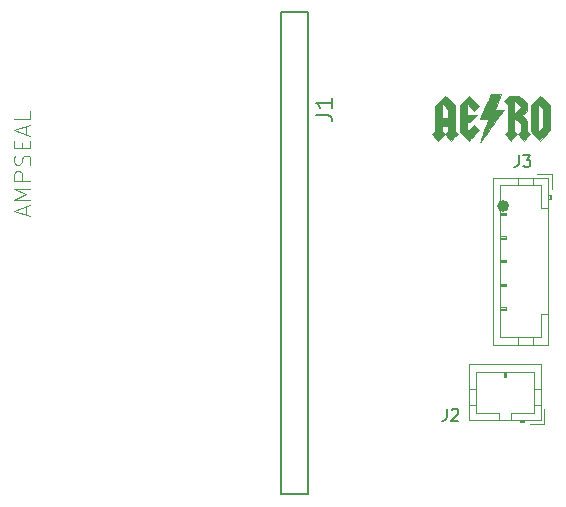
<source format=gto>
G04 #@! TF.GenerationSoftware,KiCad,Pcbnew,5.1.5-52549c5~84~ubuntu18.04.1*
G04 #@! TF.CreationDate,2020-01-14T23:08:30-05:00*
G04 #@! TF.ProjectId,emrax-228-resolver-breakout,656d7261-782d-4323-9238-2d7265736f6c,rev?*
G04 #@! TF.SameCoordinates,Original*
G04 #@! TF.FileFunction,Legend,Top*
G04 #@! TF.FilePolarity,Positive*
%FSLAX46Y46*%
G04 Gerber Fmt 4.6, Leading zero omitted, Abs format (unit mm)*
G04 Created by KiCad (PCBNEW 5.1.5-52549c5~84~ubuntu18.04.1) date 2020-01-14 23:08:30*
%MOMM*%
%LPD*%
G04 APERTURE LIST*
%ADD10C,0.010000*%
%ADD11C,0.127000*%
%ADD12C,0.500000*%
%ADD13C,0.120000*%
%ADD14C,0.050000*%
%ADD15C,0.150000*%
G04 APERTURE END LIST*
D10*
G36*
X153434646Y-65552976D02*
G01*
X153854092Y-65971936D01*
X153854092Y-68070130D01*
X152979758Y-68943556D01*
X152589677Y-68552968D01*
X152199597Y-68162381D01*
X152199597Y-67974240D01*
X152782166Y-67974240D01*
X152856973Y-68051422D01*
X152931781Y-68128604D01*
X153090001Y-67971597D01*
X153248221Y-67814589D01*
X153248221Y-66251181D01*
X153015193Y-66019027D01*
X152782166Y-65786874D01*
X152782166Y-67974240D01*
X152199597Y-67974240D01*
X152199597Y-65948620D01*
X152607398Y-65541318D01*
X153015200Y-65134015D01*
X153434646Y-65552976D01*
G37*
X153434646Y-65552976D02*
X153854092Y-65971936D01*
X153854092Y-68070130D01*
X152979758Y-68943556D01*
X152589677Y-68552968D01*
X152199597Y-68162381D01*
X152199597Y-67974240D01*
X152782166Y-67974240D01*
X152856973Y-68051422D01*
X152931781Y-68128604D01*
X153090001Y-67971597D01*
X153248221Y-67814589D01*
X153248221Y-66251181D01*
X153015193Y-66019027D01*
X152782166Y-65786874D01*
X152782166Y-67974240D01*
X152199597Y-67974240D01*
X152199597Y-65948620D01*
X152607398Y-65541318D01*
X153015200Y-65134015D01*
X153434646Y-65552976D01*
G36*
X151896661Y-65809886D02*
G01*
X151896661Y-66414252D01*
X151489809Y-66822998D01*
X151704886Y-67038974D01*
X151919964Y-67254949D01*
X151919964Y-68161415D01*
X152041841Y-68284826D01*
X152163719Y-68408236D01*
X151895947Y-68676008D01*
X151628175Y-68943779D01*
X151105465Y-68419211D01*
X151335377Y-68162881D01*
X151336386Y-67859547D01*
X151337395Y-67556214D01*
X151081065Y-67300679D01*
X150824734Y-67045143D01*
X150824734Y-68187935D01*
X150941505Y-68302951D01*
X151058276Y-68417966D01*
X150796243Y-68680744D01*
X150706409Y-68769933D01*
X150627925Y-68846151D01*
X150566682Y-68903811D01*
X150528576Y-68937323D01*
X150519144Y-68943523D01*
X150498733Y-68927520D01*
X150452141Y-68883324D01*
X150385156Y-68816657D01*
X150303566Y-68733241D01*
X150249051Y-68676528D01*
X149994023Y-68409533D01*
X150118094Y-68287003D01*
X150242166Y-68164473D01*
X150242166Y-66741184D01*
X150778129Y-66741184D01*
X151075125Y-66444188D01*
X151372121Y-66147193D01*
X150778129Y-65553201D01*
X150778129Y-66741184D01*
X150242166Y-66741184D01*
X150242166Y-65880562D01*
X150108759Y-65745749D01*
X149975352Y-65610935D01*
X150207358Y-65378055D01*
X150439365Y-65145174D01*
X151233135Y-65145174D01*
X151896661Y-65809886D01*
G37*
X151896661Y-65809886D02*
X151896661Y-66414252D01*
X151489809Y-66822998D01*
X151704886Y-67038974D01*
X151919964Y-67254949D01*
X151919964Y-68161415D01*
X152041841Y-68284826D01*
X152163719Y-68408236D01*
X151895947Y-68676008D01*
X151628175Y-68943779D01*
X151105465Y-68419211D01*
X151335377Y-68162881D01*
X151336386Y-67859547D01*
X151337395Y-67556214D01*
X151081065Y-67300679D01*
X150824734Y-67045143D01*
X150824734Y-68187935D01*
X150941505Y-68302951D01*
X151058276Y-68417966D01*
X150796243Y-68680744D01*
X150706409Y-68769933D01*
X150627925Y-68846151D01*
X150566682Y-68903811D01*
X150528576Y-68937323D01*
X150519144Y-68943523D01*
X150498733Y-68927520D01*
X150452141Y-68883324D01*
X150385156Y-68816657D01*
X150303566Y-68733241D01*
X150249051Y-68676528D01*
X149994023Y-68409533D01*
X150118094Y-68287003D01*
X150242166Y-68164473D01*
X150242166Y-66741184D01*
X150778129Y-66741184D01*
X151075125Y-66444188D01*
X151372121Y-66147193D01*
X150778129Y-65553201D01*
X150778129Y-66741184D01*
X150242166Y-66741184D01*
X150242166Y-65880562D01*
X150108759Y-65745749D01*
X149975352Y-65610935D01*
X150207358Y-65378055D01*
X150439365Y-65145174D01*
X151233135Y-65145174D01*
X151896661Y-65809886D01*
G36*
X147427392Y-65581140D02*
G01*
X147852937Y-66007151D01*
X147632290Y-66228719D01*
X147411644Y-66450287D01*
X146770056Y-65809927D01*
X146770056Y-66778316D01*
X147654992Y-66764716D01*
X147370167Y-67050174D01*
X147085342Y-67335633D01*
X146770056Y-67335633D01*
X146770056Y-68009041D01*
X146853118Y-68072396D01*
X146936180Y-68135750D01*
X147411436Y-67662112D01*
X147831880Y-68082556D01*
X147399224Y-68513039D01*
X147282994Y-68628280D01*
X147177725Y-68731877D01*
X147087870Y-68819512D01*
X147017880Y-68886866D01*
X146972208Y-68929621D01*
X146955432Y-68943523D01*
X146936509Y-68927751D01*
X146889519Y-68883522D01*
X146819219Y-68815462D01*
X146730367Y-68728199D01*
X146627720Y-68626361D01*
X146565892Y-68564596D01*
X146187487Y-68185669D01*
X146187487Y-65974062D01*
X146594667Y-65564596D01*
X147001848Y-65155129D01*
X147427392Y-65581140D01*
G37*
X147427392Y-65581140D02*
X147852937Y-66007151D01*
X147632290Y-66228719D01*
X147411644Y-66450287D01*
X146770056Y-65809927D01*
X146770056Y-66778316D01*
X147654992Y-66764716D01*
X147370167Y-67050174D01*
X147085342Y-67335633D01*
X146770056Y-67335633D01*
X146770056Y-68009041D01*
X146853118Y-68072396D01*
X146936180Y-68135750D01*
X147411436Y-67662112D01*
X147831880Y-68082556D01*
X147399224Y-68513039D01*
X147282994Y-68628280D01*
X147177725Y-68731877D01*
X147087870Y-68819512D01*
X147017880Y-68886866D01*
X146972208Y-68929621D01*
X146955432Y-68943523D01*
X146936509Y-68927751D01*
X146889519Y-68883522D01*
X146819219Y-68815462D01*
X146730367Y-68728199D01*
X146627720Y-68626361D01*
X146565892Y-68564596D01*
X146187487Y-68185669D01*
X146187487Y-65974062D01*
X146594667Y-65564596D01*
X147001848Y-65155129D01*
X147427392Y-65581140D01*
G36*
X145366302Y-65547377D02*
G01*
X145768037Y-65949605D01*
X145768037Y-68161415D01*
X145889915Y-68284826D01*
X146011792Y-68408236D01*
X145744020Y-68676008D01*
X145476248Y-68943779D01*
X144941968Y-68407979D01*
X145185468Y-68161415D01*
X145185468Y-67685174D01*
X144672808Y-67685174D01*
X144672808Y-68161415D01*
X144794685Y-68284826D01*
X144916563Y-68408236D01*
X144648791Y-68676008D01*
X144381019Y-68943779D01*
X143846739Y-68407979D01*
X144090239Y-68161415D01*
X144090239Y-67079303D01*
X144672808Y-67079303D01*
X145185468Y-67079303D01*
X145185468Y-66320668D01*
X144930319Y-66053334D01*
X144675169Y-65786000D01*
X144673989Y-66432651D01*
X144672808Y-67079303D01*
X144090239Y-67079303D01*
X144090239Y-66018567D01*
X144527403Y-65581858D01*
X144964566Y-65145149D01*
X145366302Y-65547377D01*
G37*
X145366302Y-65547377D02*
X145768037Y-65949605D01*
X145768037Y-68161415D01*
X145889915Y-68284826D01*
X146011792Y-68408236D01*
X145744020Y-68676008D01*
X145476248Y-68943779D01*
X144941968Y-68407979D01*
X145185468Y-68161415D01*
X145185468Y-67685174D01*
X144672808Y-67685174D01*
X144672808Y-68161415D01*
X144794685Y-68284826D01*
X144916563Y-68408236D01*
X144648791Y-68676008D01*
X144381019Y-68943779D01*
X143846739Y-68407979D01*
X144090239Y-68161415D01*
X144090239Y-67079303D01*
X144672808Y-67079303D01*
X145185468Y-67079303D01*
X145185468Y-66320668D01*
X144930319Y-66053334D01*
X144675169Y-65786000D01*
X144673989Y-66432651D01*
X144672808Y-67079303D01*
X144090239Y-67079303D01*
X144090239Y-66018567D01*
X144527403Y-65581858D01*
X144964566Y-65145149D01*
X145366302Y-65547377D01*
G36*
X149438221Y-65681138D02*
G01*
X149198968Y-66333615D01*
X149561059Y-66333615D01*
X149697644Y-66333894D01*
X149793683Y-66335236D01*
X149855233Y-66338399D01*
X149888352Y-66344143D01*
X149899098Y-66353225D01*
X149893529Y-66366403D01*
X149886850Y-66374394D01*
X149868199Y-66398919D01*
X149825096Y-66457574D01*
X149760240Y-66546611D01*
X149676330Y-66662280D01*
X149576061Y-66800830D01*
X149462134Y-66958511D01*
X149337246Y-67131575D01*
X149204094Y-67316270D01*
X149065378Y-67508846D01*
X148923794Y-67705555D01*
X148782041Y-67902645D01*
X148642817Y-68096368D01*
X148508820Y-68282972D01*
X148382748Y-68458708D01*
X148267299Y-68619827D01*
X148165170Y-68762578D01*
X148079061Y-68883211D01*
X148011669Y-68977976D01*
X147965691Y-69043123D01*
X147943827Y-69074903D01*
X147943348Y-69075655D01*
X147945188Y-69063273D01*
X147961017Y-69011011D01*
X147989459Y-68922990D01*
X148029138Y-68803330D01*
X148078676Y-68656151D01*
X148136698Y-68485575D01*
X148201827Y-68295720D01*
X148263761Y-68116454D01*
X148334951Y-67910915D01*
X148401228Y-67719314D01*
X148461075Y-67546054D01*
X148512976Y-67395540D01*
X148555411Y-67272175D01*
X148586865Y-67180363D01*
X148605820Y-67124509D01*
X148610973Y-67108610D01*
X148589019Y-67106511D01*
X148528553Y-67104732D01*
X148437667Y-67103414D01*
X148324455Y-67102696D01*
X148264675Y-67102605D01*
X147918378Y-67102605D01*
X148178646Y-66514211D01*
X148260932Y-66328004D01*
X148349743Y-66126723D01*
X148439512Y-65923005D01*
X148524673Y-65729484D01*
X148599661Y-65558798D01*
X148635424Y-65477238D01*
X148831934Y-65028661D01*
X149677473Y-65028661D01*
X149438221Y-65681138D01*
G37*
X149438221Y-65681138D02*
X149198968Y-66333615D01*
X149561059Y-66333615D01*
X149697644Y-66333894D01*
X149793683Y-66335236D01*
X149855233Y-66338399D01*
X149888352Y-66344143D01*
X149899098Y-66353225D01*
X149893529Y-66366403D01*
X149886850Y-66374394D01*
X149868199Y-66398919D01*
X149825096Y-66457574D01*
X149760240Y-66546611D01*
X149676330Y-66662280D01*
X149576061Y-66800830D01*
X149462134Y-66958511D01*
X149337246Y-67131575D01*
X149204094Y-67316270D01*
X149065378Y-67508846D01*
X148923794Y-67705555D01*
X148782041Y-67902645D01*
X148642817Y-68096368D01*
X148508820Y-68282972D01*
X148382748Y-68458708D01*
X148267299Y-68619827D01*
X148165170Y-68762578D01*
X148079061Y-68883211D01*
X148011669Y-68977976D01*
X147965691Y-69043123D01*
X147943827Y-69074903D01*
X147943348Y-69075655D01*
X147945188Y-69063273D01*
X147961017Y-69011011D01*
X147989459Y-68922990D01*
X148029138Y-68803330D01*
X148078676Y-68656151D01*
X148136698Y-68485575D01*
X148201827Y-68295720D01*
X148263761Y-68116454D01*
X148334951Y-67910915D01*
X148401228Y-67719314D01*
X148461075Y-67546054D01*
X148512976Y-67395540D01*
X148555411Y-67272175D01*
X148586865Y-67180363D01*
X148605820Y-67124509D01*
X148610973Y-67108610D01*
X148589019Y-67106511D01*
X148528553Y-67104732D01*
X148437667Y-67103414D01*
X148324455Y-67102696D01*
X148264675Y-67102605D01*
X147918378Y-67102605D01*
X148178646Y-66514211D01*
X148260932Y-66328004D01*
X148349743Y-66126723D01*
X148439512Y-65923005D01*
X148524673Y-65729484D01*
X148599661Y-65558798D01*
X148635424Y-65477238D01*
X148831934Y-65028661D01*
X149677473Y-65028661D01*
X149438221Y-65681138D01*
D11*
X133367000Y-98886000D02*
X131067000Y-98886000D01*
X131067000Y-98886000D02*
X131067000Y-90186000D01*
X131067000Y-90186000D02*
X131067000Y-58086000D01*
X131067000Y-58086000D02*
X133367000Y-58086000D01*
X133367000Y-98886000D02*
X133367000Y-58086000D01*
D12*
X150117000Y-74486000D02*
G75*
G03X150117000Y-74486000I-250000J0D01*
G01*
D13*
X154002000Y-71808000D02*
X152752000Y-71808000D01*
X154002000Y-73058000D02*
X154002000Y-71808000D01*
X149592000Y-83168000D02*
X150092000Y-83168000D01*
X150092000Y-83268000D02*
X149592000Y-83268000D01*
X150092000Y-83068000D02*
X150092000Y-83268000D01*
X149592000Y-83068000D02*
X150092000Y-83068000D01*
X149592000Y-81168000D02*
X150092000Y-81168000D01*
X150092000Y-81268000D02*
X149592000Y-81268000D01*
X150092000Y-81068000D02*
X150092000Y-81268000D01*
X149592000Y-81068000D02*
X150092000Y-81068000D01*
X149592000Y-79168000D02*
X150092000Y-79168000D01*
X150092000Y-79268000D02*
X149592000Y-79268000D01*
X150092000Y-79068000D02*
X150092000Y-79268000D01*
X149592000Y-79068000D02*
X150092000Y-79068000D01*
X149592000Y-77168000D02*
X150092000Y-77168000D01*
X150092000Y-77268000D02*
X149592000Y-77268000D01*
X150092000Y-77068000D02*
X150092000Y-77268000D01*
X149592000Y-77068000D02*
X150092000Y-77068000D01*
X149592000Y-75168000D02*
X150092000Y-75168000D01*
X150092000Y-75268000D02*
X149592000Y-75268000D01*
X150092000Y-75068000D02*
X150092000Y-75268000D01*
X149592000Y-75068000D02*
X150092000Y-75068000D01*
X151092000Y-86228000D02*
X151092000Y-85618000D01*
X152392000Y-86228000D02*
X152392000Y-85618000D01*
X151092000Y-72108000D02*
X151092000Y-72718000D01*
X152392000Y-72108000D02*
X152392000Y-72718000D01*
X153092000Y-83668000D02*
X153702000Y-83668000D01*
X153092000Y-85618000D02*
X153092000Y-83668000D01*
X149592000Y-85618000D02*
X153092000Y-85618000D01*
X149592000Y-72718000D02*
X149592000Y-85618000D01*
X153092000Y-72718000D02*
X149592000Y-72718000D01*
X153092000Y-74668000D02*
X153092000Y-72718000D01*
X153702000Y-74668000D02*
X153092000Y-74668000D01*
X153802000Y-73868000D02*
X153802000Y-73568000D01*
X153902000Y-73568000D02*
X153702000Y-73568000D01*
X153902000Y-73868000D02*
X153902000Y-73568000D01*
X153702000Y-73868000D02*
X153902000Y-73868000D01*
X153702000Y-86228000D02*
X153702000Y-72108000D01*
X148982000Y-86228000D02*
X153702000Y-86228000D01*
X148982000Y-72108000D02*
X148982000Y-86228000D01*
X153702000Y-72108000D02*
X148982000Y-72108000D01*
X153363000Y-92915000D02*
X153363000Y-91665000D01*
X152113000Y-92915000D02*
X153363000Y-92915000D01*
X150003000Y-88505000D02*
X150003000Y-89005000D01*
X149903000Y-89005000D02*
X149903000Y-88505000D01*
X150103000Y-89005000D02*
X149903000Y-89005000D01*
X150103000Y-88505000D02*
X150103000Y-89005000D01*
X146943000Y-90005000D02*
X147553000Y-90005000D01*
X146943000Y-91305000D02*
X147553000Y-91305000D01*
X153063000Y-90005000D02*
X152453000Y-90005000D01*
X153063000Y-91305000D02*
X152453000Y-91305000D01*
X149503000Y-92005000D02*
X149503000Y-92615000D01*
X147553000Y-92005000D02*
X149503000Y-92005000D01*
X147553000Y-88505000D02*
X147553000Y-92005000D01*
X152453000Y-88505000D02*
X147553000Y-88505000D01*
X152453000Y-92005000D02*
X152453000Y-88505000D01*
X150503000Y-92005000D02*
X152453000Y-92005000D01*
X150503000Y-92615000D02*
X150503000Y-92005000D01*
X151303000Y-92715000D02*
X151603000Y-92715000D01*
X151603000Y-92815000D02*
X151603000Y-92615000D01*
X151303000Y-92815000D02*
X151603000Y-92815000D01*
X151303000Y-92615000D02*
X151303000Y-92815000D01*
X146943000Y-92615000D02*
X153063000Y-92615000D01*
X146943000Y-87895000D02*
X146943000Y-92615000D01*
X153063000Y-87895000D02*
X146943000Y-87895000D01*
X153063000Y-92615000D02*
X153063000Y-87895000D01*
D11*
X133979889Y-66760936D02*
X134980468Y-66760936D01*
X135180584Y-66827641D01*
X135313994Y-66961052D01*
X135380699Y-67161168D01*
X135380699Y-67294578D01*
X135380699Y-65360126D02*
X135380699Y-66160589D01*
X135380699Y-65760358D02*
X133979889Y-65760358D01*
X134180005Y-65893768D01*
X134313415Y-66027179D01*
X134380121Y-66160589D01*
D14*
X109434423Y-75225617D02*
X109434423Y-74557836D01*
X109835091Y-75359173D02*
X108432751Y-74891726D01*
X109835091Y-74424280D01*
X109835091Y-73956833D02*
X108432751Y-73956833D01*
X109434423Y-73489386D01*
X108432751Y-73021940D01*
X109835091Y-73021940D01*
X109835091Y-72354159D02*
X108432751Y-72354159D01*
X108432751Y-71819934D01*
X108499530Y-71686378D01*
X108566308Y-71619600D01*
X108699864Y-71552821D01*
X108900198Y-71552821D01*
X109033754Y-71619600D01*
X109100532Y-71686378D01*
X109167310Y-71819934D01*
X109167310Y-72354159D01*
X109768313Y-71018597D02*
X109835091Y-70818262D01*
X109835091Y-70484372D01*
X109768313Y-70350816D01*
X109701535Y-70284038D01*
X109567979Y-70217260D01*
X109434423Y-70217260D01*
X109300867Y-70284038D01*
X109234089Y-70350816D01*
X109167310Y-70484372D01*
X109100532Y-70751484D01*
X109033754Y-70885040D01*
X108966976Y-70951819D01*
X108833420Y-71018597D01*
X108699864Y-71018597D01*
X108566308Y-70951819D01*
X108499530Y-70885040D01*
X108432751Y-70751484D01*
X108432751Y-70417594D01*
X108499530Y-70217260D01*
X109100532Y-69616257D02*
X109100532Y-69148810D01*
X109835091Y-68948476D02*
X109835091Y-69616257D01*
X108432751Y-69616257D01*
X108432751Y-68948476D01*
X109434423Y-68414251D02*
X109434423Y-67746470D01*
X109835091Y-68547807D02*
X108432751Y-68080360D01*
X109835091Y-67612914D01*
X109835091Y-66477686D02*
X109835091Y-67145467D01*
X108432751Y-67145467D01*
D15*
X151177666Y-70191380D02*
X151177666Y-70905666D01*
X151130047Y-71048523D01*
X151034809Y-71143761D01*
X150891952Y-71191380D01*
X150796714Y-71191380D01*
X151558619Y-70191380D02*
X152177666Y-70191380D01*
X151844333Y-70572333D01*
X151987190Y-70572333D01*
X152082428Y-70619952D01*
X152130047Y-70667571D01*
X152177666Y-70762809D01*
X152177666Y-71000904D01*
X152130047Y-71096142D01*
X152082428Y-71143761D01*
X151987190Y-71191380D01*
X151701476Y-71191380D01*
X151606238Y-71143761D01*
X151558619Y-71096142D01*
X145081666Y-91654380D02*
X145081666Y-92368666D01*
X145034047Y-92511523D01*
X144938809Y-92606761D01*
X144795952Y-92654380D01*
X144700714Y-92654380D01*
X145510238Y-91749619D02*
X145557857Y-91702000D01*
X145653095Y-91654380D01*
X145891190Y-91654380D01*
X145986428Y-91702000D01*
X146034047Y-91749619D01*
X146081666Y-91844857D01*
X146081666Y-91940095D01*
X146034047Y-92082952D01*
X145462619Y-92654380D01*
X146081666Y-92654380D01*
M02*

</source>
